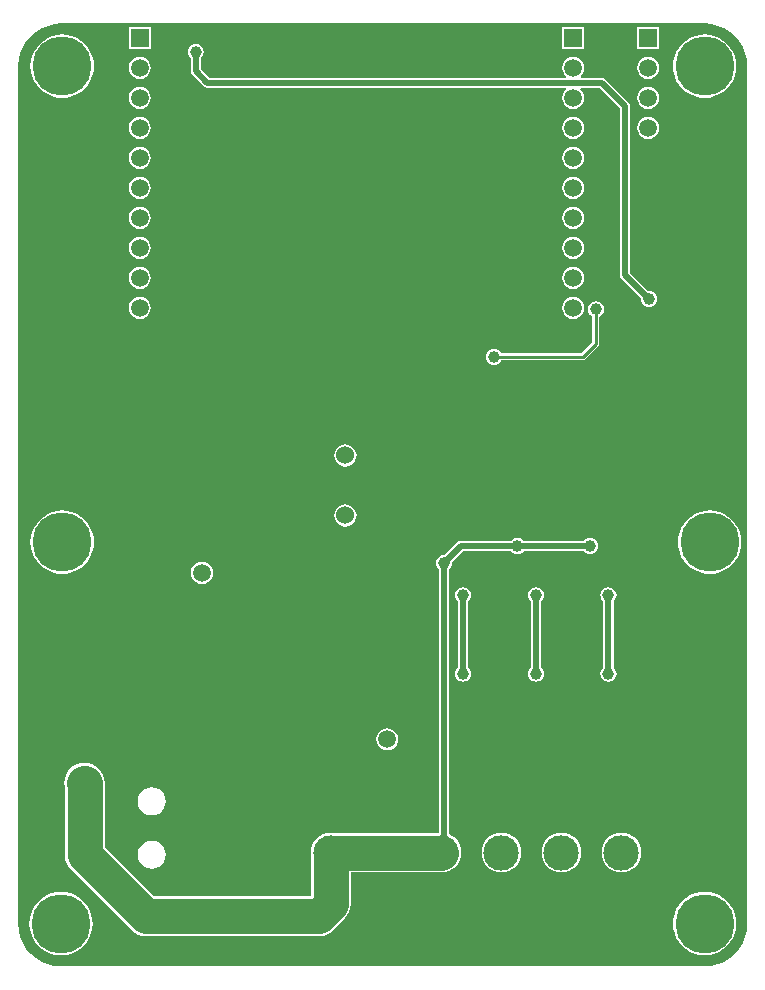
<source format=gbl>
G04 Layer_Physical_Order=2*
G04 Layer_Color=16711680*
%FSLAX25Y25*%
%MOIN*%
G70*
G01*
G75*
%ADD11C,0.03937*%
%ADD28C,0.11811*%
%ADD30C,0.01968*%
%ADD34C,0.01000*%
%ADD40C,0.19685*%
%ADD41R,0.05905X0.05905*%
%ADD42C,0.05905*%
%ADD43C,0.06000*%
%ADD44R,0.05905X0.05905*%
%ADD45C,0.11811*%
%ADD46C,0.03543*%
G36*
X510733Y786286D02*
X725291D01*
X725347Y786298D01*
X727522Y786126D01*
X729698Y785604D01*
X731765Y784748D01*
X733672Y783579D01*
X735374Y782126D01*
X736827Y780424D01*
X737996Y778516D01*
X738852Y776449D01*
X739374Y774274D01*
X739545Y772099D01*
X739535Y772043D01*
Y486216D01*
X739545Y486163D01*
X739374Y483994D01*
X738852Y481818D01*
X737996Y479751D01*
X736827Y477844D01*
X735374Y476142D01*
X733672Y474689D01*
X731765Y473520D01*
X729698Y472664D01*
X727522Y472141D01*
X725782Y472005D01*
X725291Y471981D01*
Y471981D01*
X725288Y471980D01*
X510732D01*
X510677Y471970D01*
X508502Y472141D01*
X506326Y472663D01*
X504259Y473519D01*
X502351Y474688D01*
X500650Y476141D01*
X499197Y477843D01*
X498028Y479750D01*
X497172Y481818D01*
X496649Y483993D01*
X496478Y486166D01*
X496489Y486221D01*
Y771556D01*
X496489Y772048D01*
X496489Y772048D01*
X496512Y772539D01*
X496649Y774279D01*
X497172Y776454D01*
X498028Y778521D01*
X499197Y780429D01*
X500650Y782131D01*
X502351Y783584D01*
X504259Y784753D01*
X506326Y785609D01*
X508502Y786131D01*
X510660Y786301D01*
X510733Y786286D01*
D02*
G37*
%LPC*%
G36*
X687106Y614798D02*
X686410Y614706D01*
X685760Y614437D01*
X685203Y614010D01*
X685060Y613824D01*
X664940D01*
X664797Y614010D01*
X664240Y614437D01*
X663590Y614706D01*
X662894Y614798D01*
X662197Y614706D01*
X661548Y614437D01*
X660990Y614010D01*
X660848Y613824D01*
X644095D01*
X643437Y613693D01*
X642880Y613321D01*
X638717Y609157D01*
X638484Y609188D01*
X637788Y609096D01*
X637139Y608827D01*
X636581Y608399D01*
X636153Y607842D01*
X635884Y607193D01*
X635793Y606496D01*
X635884Y605799D01*
X636153Y605150D01*
X636581Y604593D01*
X636767Y604450D01*
Y516578D01*
X600689D01*
X599394Y516451D01*
X598149Y516073D01*
X597001Y515460D01*
X595996Y514634D01*
X595170Y513628D01*
X594557Y512481D01*
X594179Y511236D01*
X594052Y509941D01*
Y495466D01*
X593904Y495319D01*
X541824D01*
X533975Y503168D01*
X525240Y511903D01*
Y517520D01*
Y524902D01*
Y533169D01*
X525112Y534464D01*
X524735Y535709D01*
X524121Y536857D01*
X523296Y537863D01*
X523197Y537961D01*
X522191Y538787D01*
X521044Y539400D01*
X519799Y539778D01*
X518504Y539905D01*
X517209Y539778D01*
X515964Y539400D01*
X514816Y538787D01*
X513810Y537961D01*
X512985Y536955D01*
X512372Y535808D01*
X511994Y534563D01*
X511867Y533268D01*
X511965Y532268D01*
Y524902D01*
Y517520D01*
Y509154D01*
X512092Y507859D01*
X512470Y506613D01*
X513084Y505466D01*
X513909Y504460D01*
X524588Y493781D01*
X534381Y483988D01*
X535387Y483162D01*
X536535Y482549D01*
X537780Y482171D01*
X539075Y482044D01*
X596654D01*
X597948Y482171D01*
X599194Y482549D01*
X600341Y483162D01*
X601347Y483988D01*
X605382Y488023D01*
X606208Y489029D01*
X606821Y490176D01*
X607199Y491422D01*
X607326Y492717D01*
Y503303D01*
X637539D01*
X638834Y503431D01*
X640079Y503809D01*
X641227Y504422D01*
X642233Y505247D01*
X643058Y506253D01*
X643672Y507401D01*
X644049Y508646D01*
X644177Y509941D01*
X644049Y511236D01*
X643672Y512481D01*
X643058Y513628D01*
X642233Y514634D01*
X641227Y515460D01*
X640202Y516008D01*
Y604450D01*
X640387Y604593D01*
X640815Y605150D01*
X641084Y605799D01*
X641176Y606496D01*
X641145Y606728D01*
X644806Y610389D01*
X660848D01*
X660990Y610203D01*
X661548Y609775D01*
X662197Y609507D01*
X662894Y609415D01*
X663590Y609507D01*
X664240Y609775D01*
X664797Y610203D01*
X664940Y610389D01*
X685060D01*
X685203Y610203D01*
X685760Y609775D01*
X686410Y609507D01*
X687106Y609415D01*
X687803Y609507D01*
X688452Y609775D01*
X689010Y610203D01*
X689437Y610760D01*
X689706Y611410D01*
X689798Y612106D01*
X689706Y612803D01*
X689437Y613452D01*
X689010Y614010D01*
X688452Y614437D01*
X687803Y614706D01*
X687106Y614798D01*
D02*
G37*
G36*
X605512Y626015D02*
X604546Y625888D01*
X603646Y625515D01*
X602873Y624922D01*
X602280Y624149D01*
X601907Y623249D01*
X601780Y622284D01*
X601907Y621318D01*
X602280Y620417D01*
X602873Y619645D01*
X603646Y619052D01*
X604546Y618679D01*
X605512Y618551D01*
X606478Y618679D01*
X607378Y619052D01*
X608151Y619645D01*
X608744Y620417D01*
X609117Y621318D01*
X609244Y622284D01*
X609117Y623249D01*
X608744Y624149D01*
X608151Y624922D01*
X607378Y625515D01*
X606478Y625888D01*
X605512Y626015D01*
D02*
G37*
G36*
X726968Y623961D02*
X725314Y623831D01*
X723701Y623443D01*
X722167Y622808D01*
X720753Y621941D01*
X719491Y620864D01*
X718413Y619602D01*
X717546Y618187D01*
X716911Y616654D01*
X716524Y615040D01*
X716393Y613386D01*
X716524Y611731D01*
X716911Y610118D01*
X717546Y608585D01*
X718413Y607170D01*
X719491Y605908D01*
X720753Y604830D01*
X722167Y603963D01*
X723701Y603328D01*
X725314Y602941D01*
X726968Y602811D01*
X728623Y602941D01*
X730236Y603328D01*
X731770Y603963D01*
X733184Y604830D01*
X734446Y605908D01*
X735524Y607170D01*
X736391Y608585D01*
X737026Y610118D01*
X737413Y611731D01*
X737544Y613386D01*
X737413Y615040D01*
X737026Y616654D01*
X736391Y618187D01*
X735524Y619602D01*
X734446Y620864D01*
X733184Y621941D01*
X731770Y622808D01*
X730236Y623443D01*
X728623Y623831D01*
X726968Y623961D01*
D02*
G37*
G36*
X557756Y606834D02*
X556802Y606708D01*
X555914Y606340D01*
X555151Y605755D01*
X554565Y604992D01*
X554197Y604103D01*
X554072Y603150D01*
X554197Y602196D01*
X554565Y601307D01*
X555151Y600544D01*
X555914Y599959D01*
X556802Y599591D01*
X557756Y599465D01*
X558709Y599591D01*
X559598Y599959D01*
X560361Y600544D01*
X560947Y601307D01*
X561315Y602196D01*
X561440Y603150D01*
X561315Y604103D01*
X560947Y604992D01*
X560361Y605755D01*
X559598Y606340D01*
X558709Y606708D01*
X557756Y606834D01*
D02*
G37*
G36*
X511122Y623961D02*
X509468Y623831D01*
X507854Y623443D01*
X506321Y622808D01*
X504906Y621941D01*
X503644Y620864D01*
X502567Y619602D01*
X501699Y618187D01*
X501064Y616654D01*
X500677Y615040D01*
X500547Y613386D01*
X500677Y611731D01*
X501064Y610118D01*
X501699Y608585D01*
X502567Y607170D01*
X503644Y605908D01*
X504906Y604830D01*
X506321Y603963D01*
X507854Y603328D01*
X509468Y602941D01*
X511122Y602811D01*
X512776Y602941D01*
X514390Y603328D01*
X515923Y603963D01*
X517338Y604830D01*
X518600Y605908D01*
X519677Y607170D01*
X520544Y608585D01*
X521180Y610118D01*
X521567Y611731D01*
X521697Y613386D01*
X521567Y615040D01*
X521180Y616654D01*
X520544Y618187D01*
X519677Y619602D01*
X518600Y620864D01*
X517338Y621941D01*
X515923Y622808D01*
X514390Y623443D01*
X512776Y623831D01*
X511122Y623961D01*
D02*
G37*
G36*
X681500Y695184D02*
X680546Y695059D01*
X679658Y694691D01*
X678895Y694105D01*
X678309Y693342D01*
X677941Y692454D01*
X677816Y691500D01*
X677941Y690546D01*
X678309Y689658D01*
X678895Y688895D01*
X679658Y688309D01*
X680546Y687941D01*
X681500Y687816D01*
X682454Y687941D01*
X683342Y688309D01*
X684105Y688895D01*
X684691Y689658D01*
X685059Y690546D01*
X685184Y691500D01*
X685059Y692454D01*
X684691Y693342D01*
X684105Y694105D01*
X683342Y694691D01*
X682454Y695059D01*
X681500Y695184D01*
D02*
G37*
G36*
X555626Y779565D02*
X554929Y779474D01*
X554280Y779205D01*
X553723Y778777D01*
X553295Y778220D01*
X553026Y777571D01*
X552935Y776874D01*
X553026Y776177D01*
X553295Y775528D01*
X553723Y774971D01*
X553909Y774828D01*
Y770358D01*
X554039Y769701D01*
X554412Y769144D01*
X558235Y765321D01*
X558792Y764949D01*
X559449Y764818D01*
X679003D01*
X679172Y764318D01*
X678895Y764105D01*
X678309Y763342D01*
X677941Y762454D01*
X677816Y761500D01*
X677941Y760546D01*
X678309Y759658D01*
X678895Y758895D01*
X679658Y758309D01*
X680546Y757941D01*
X681500Y757816D01*
X682454Y757941D01*
X683342Y758309D01*
X684105Y758895D01*
X684691Y759658D01*
X685059Y760546D01*
X685184Y761500D01*
X685059Y762454D01*
X684691Y763342D01*
X684105Y764105D01*
X683828Y764318D01*
X683997Y764818D01*
X690234D01*
X697102Y757950D01*
Y702362D01*
X697232Y701705D01*
X697605Y701148D01*
X704032Y694721D01*
X704001Y694488D01*
X704093Y693792D01*
X704362Y693142D01*
X704790Y692585D01*
X705347Y692157D01*
X705996Y691888D01*
X706693Y691797D01*
X707389Y691888D01*
X708039Y692157D01*
X708596Y692585D01*
X709024Y693142D01*
X709293Y693792D01*
X709384Y694488D01*
X709293Y695185D01*
X709024Y695834D01*
X708596Y696391D01*
X708039Y696819D01*
X707389Y697088D01*
X706693Y697180D01*
X706461Y697149D01*
X700536Y703074D01*
Y758661D01*
X700405Y759319D01*
X700033Y759876D01*
X692159Y767750D01*
X691602Y768122D01*
X690945Y768253D01*
X684090D01*
X683920Y768753D01*
X684105Y768895D01*
X684691Y769658D01*
X685059Y770546D01*
X685184Y771500D01*
X685059Y772454D01*
X684691Y773342D01*
X684105Y774105D01*
X683342Y774691D01*
X682454Y775059D01*
X681500Y775184D01*
X680546Y775059D01*
X679658Y774691D01*
X678895Y774105D01*
X678309Y773342D01*
X677941Y772454D01*
X677816Y771500D01*
X677941Y770546D01*
X678309Y769658D01*
X678895Y768895D01*
X679080Y768753D01*
X678910Y768253D01*
X560160D01*
X557343Y771070D01*
Y774828D01*
X557529Y774971D01*
X557957Y775528D01*
X558226Y776177D01*
X558318Y776874D01*
X558226Y777571D01*
X557957Y778220D01*
X557529Y778777D01*
X556972Y779205D01*
X556323Y779474D01*
X555626Y779565D01*
D02*
G37*
G36*
X537000Y695184D02*
X536046Y695059D01*
X535158Y694691D01*
X534395Y694105D01*
X533809Y693342D01*
X533441Y692454D01*
X533316Y691500D01*
X533441Y690546D01*
X533809Y689658D01*
X534395Y688895D01*
X535158Y688309D01*
X536046Y687941D01*
X537000Y687816D01*
X537954Y687941D01*
X538842Y688309D01*
X539605Y688895D01*
X540191Y689658D01*
X540559Y690546D01*
X540684Y691500D01*
X540559Y692454D01*
X540191Y693342D01*
X539605Y694105D01*
X538842Y694691D01*
X537954Y695059D01*
X537000Y695184D01*
D02*
G37*
G36*
X605512Y646015D02*
X604546Y645888D01*
X603646Y645515D01*
X602873Y644922D01*
X602280Y644149D01*
X601907Y643249D01*
X601780Y642283D01*
X601907Y641318D01*
X602280Y640417D01*
X602873Y639645D01*
X603646Y639051D01*
X604546Y638679D01*
X605512Y638552D01*
X606478Y638679D01*
X607378Y639051D01*
X608151Y639645D01*
X608744Y640417D01*
X609117Y641318D01*
X609244Y642283D01*
X609117Y643249D01*
X608744Y644149D01*
X608151Y644922D01*
X607378Y645515D01*
X606478Y645888D01*
X605512Y646015D01*
D02*
G37*
G36*
X688976Y693636D02*
X688280Y693545D01*
X687631Y693276D01*
X687073Y692848D01*
X686645Y692291D01*
X686377Y691642D01*
X686285Y690945D01*
X686377Y690248D01*
X686645Y689599D01*
X687073Y689042D01*
X687631Y688614D01*
X687753Y688563D01*
Y680034D01*
X684139Y676420D01*
X657500D01*
X657449Y676543D01*
X657021Y677100D01*
X656464Y677528D01*
X655815Y677797D01*
X655118Y677888D01*
X654422Y677797D01*
X653772Y677528D01*
X653215Y677100D01*
X652787Y676543D01*
X652518Y675893D01*
X652427Y675197D01*
X652518Y674500D01*
X652787Y673851D01*
X653215Y673294D01*
X653772Y672866D01*
X654422Y672597D01*
X655118Y672505D01*
X655815Y672597D01*
X656464Y672866D01*
X657021Y673294D01*
X657449Y673851D01*
X657500Y673973D01*
X684646D01*
X685114Y674066D01*
X685511Y674332D01*
X689842Y678662D01*
X690107Y679059D01*
X690200Y679528D01*
Y688563D01*
X690322Y688614D01*
X690880Y689042D01*
X691307Y689599D01*
X691576Y690248D01*
X691668Y690945D01*
X691576Y691642D01*
X691307Y692291D01*
X690880Y692848D01*
X690322Y693276D01*
X689673Y693545D01*
X688976Y693636D01*
D02*
G37*
G36*
X693209Y598361D02*
X692512Y598269D01*
X691863Y598000D01*
X691305Y597573D01*
X690878Y597015D01*
X690609Y596366D01*
X690517Y595669D01*
X690609Y594973D01*
X690878Y594323D01*
X691305Y593766D01*
X691491Y593623D01*
Y571632D01*
X691305Y571490D01*
X690878Y570932D01*
X690609Y570283D01*
X690517Y569587D01*
X690609Y568890D01*
X690878Y568241D01*
X691305Y567683D01*
X691863Y567256D01*
X692512Y566987D01*
X693209Y566895D01*
X693905Y566987D01*
X694554Y567256D01*
X695112Y567683D01*
X695540Y568241D01*
X695809Y568890D01*
X695900Y569587D01*
X695809Y570283D01*
X695540Y570932D01*
X695112Y571490D01*
X694926Y571632D01*
Y593623D01*
X695112Y593766D01*
X695540Y594323D01*
X695809Y594973D01*
X695900Y595669D01*
X695809Y596366D01*
X695540Y597015D01*
X695112Y597573D01*
X694554Y598000D01*
X693905Y598269D01*
X693209Y598361D01*
D02*
G37*
G36*
X677539Y516578D02*
X676244Y516451D01*
X674999Y516073D01*
X673852Y515460D01*
X672846Y514634D01*
X672020Y513628D01*
X671407Y512481D01*
X671029Y511236D01*
X670902Y509941D01*
X671029Y508646D01*
X671407Y507401D01*
X672020Y506253D01*
X672846Y505247D01*
X673852Y504422D01*
X674999Y503809D01*
X676244Y503431D01*
X677539Y503303D01*
X678834Y503431D01*
X680079Y503809D01*
X681227Y504422D01*
X682233Y505247D01*
X683058Y506253D01*
X683672Y507401D01*
X684049Y508646D01*
X684177Y509941D01*
X684049Y511236D01*
X683672Y512481D01*
X683058Y513628D01*
X682233Y514634D01*
X681227Y515460D01*
X680079Y516073D01*
X678834Y516451D01*
X677539Y516578D01*
D02*
G37*
G36*
X697539D02*
X696244Y516451D01*
X694999Y516073D01*
X693852Y515460D01*
X692846Y514634D01*
X692021Y513628D01*
X691407Y512481D01*
X691029Y511236D01*
X690902Y509941D01*
X691029Y508646D01*
X691407Y507401D01*
X692021Y506253D01*
X692846Y505247D01*
X693852Y504422D01*
X694999Y503809D01*
X696244Y503431D01*
X697539Y503303D01*
X698834Y503431D01*
X700079Y503809D01*
X701227Y504422D01*
X702233Y505247D01*
X703058Y506253D01*
X703672Y507401D01*
X704049Y508646D01*
X704177Y509941D01*
X704049Y511236D01*
X703672Y512481D01*
X703058Y513628D01*
X702233Y514634D01*
X701227Y515460D01*
X700079Y516073D01*
X698834Y516451D01*
X697539Y516578D01*
D02*
G37*
G36*
X657539D02*
X656245Y516451D01*
X654999Y516073D01*
X653852Y515460D01*
X652846Y514634D01*
X652021Y513628D01*
X651407Y512481D01*
X651029Y511236D01*
X650902Y509941D01*
X651029Y508646D01*
X651407Y507401D01*
X652021Y506253D01*
X652846Y505247D01*
X653852Y504422D01*
X654999Y503809D01*
X656245Y503431D01*
X657539Y503303D01*
X658834Y503431D01*
X660079Y503809D01*
X661227Y504422D01*
X662233Y505247D01*
X663058Y506253D01*
X663672Y507401D01*
X664049Y508646D01*
X664177Y509941D01*
X664049Y511236D01*
X663672Y512481D01*
X663058Y513628D01*
X662233Y514634D01*
X661227Y515460D01*
X660079Y516073D01*
X658834Y516451D01*
X657539Y516578D01*
D02*
G37*
G36*
X510732Y496800D02*
X509078Y496669D01*
X507464Y496282D01*
X505931Y495647D01*
X504516Y494780D01*
X503255Y493702D01*
X502177Y492440D01*
X501310Y491025D01*
X500675Y489492D01*
X500287Y487879D01*
X500157Y486224D01*
X500287Y484570D01*
X500675Y482957D01*
X501310Y481423D01*
X502177Y480009D01*
X503255Y478747D01*
X504516Y477669D01*
X505931Y476802D01*
X507464Y476167D01*
X509078Y475779D01*
X510732Y475649D01*
X512387Y475779D01*
X514000Y476167D01*
X515533Y476802D01*
X516948Y477669D01*
X518210Y478747D01*
X519288Y480009D01*
X520155Y481423D01*
X520790Y482957D01*
X521177Y484570D01*
X521307Y486224D01*
X521177Y487879D01*
X520790Y489492D01*
X520155Y491025D01*
X519288Y492440D01*
X518210Y493702D01*
X516948Y494780D01*
X515533Y495647D01*
X514000Y496282D01*
X512387Y496669D01*
X510732Y496800D01*
D02*
G37*
G36*
X725291D02*
X723637Y496669D01*
X722023Y496282D01*
X720490Y495647D01*
X719075Y494780D01*
X717814Y493702D01*
X716736Y492440D01*
X715869Y491025D01*
X715234Y489492D01*
X714846Y487879D01*
X714716Y486224D01*
X714846Y484570D01*
X715234Y482957D01*
X715869Y481423D01*
X716736Y480009D01*
X717814Y478747D01*
X719075Y477669D01*
X720490Y476802D01*
X722023Y476167D01*
X723637Y475779D01*
X725291Y475649D01*
X726946Y475779D01*
X728559Y476167D01*
X730092Y476802D01*
X731507Y477669D01*
X732769Y478747D01*
X733847Y480009D01*
X734714Y481423D01*
X735349Y482957D01*
X735736Y484570D01*
X735866Y486224D01*
X735736Y487879D01*
X735349Y489492D01*
X734714Y491025D01*
X733847Y492440D01*
X732769Y493702D01*
X731507Y494780D01*
X730092Y495647D01*
X728559Y496282D01*
X726946Y496669D01*
X725291Y496800D01*
D02*
G37*
G36*
X644783Y598361D02*
X644087Y598269D01*
X643438Y598000D01*
X642880Y597573D01*
X642452Y597015D01*
X642184Y596366D01*
X642092Y595669D01*
X642184Y594973D01*
X642452Y594323D01*
X642880Y593766D01*
X643066Y593623D01*
Y571632D01*
X642880Y571490D01*
X642452Y570932D01*
X642184Y570283D01*
X642092Y569587D01*
X642184Y568890D01*
X642452Y568241D01*
X642880Y567683D01*
X643438Y567256D01*
X644087Y566987D01*
X644783Y566895D01*
X645480Y566987D01*
X646129Y567256D01*
X646687Y567683D01*
X647114Y568241D01*
X647383Y568890D01*
X647475Y569587D01*
X647383Y570283D01*
X647114Y570932D01*
X646687Y571490D01*
X646501Y571632D01*
Y593623D01*
X646687Y593766D01*
X647114Y594323D01*
X647383Y594973D01*
X647475Y595669D01*
X647383Y596366D01*
X647114Y597015D01*
X646687Y597573D01*
X646129Y598000D01*
X645480Y598269D01*
X644783Y598361D01*
D02*
G37*
G36*
X668996D02*
X668299Y598269D01*
X667650Y598000D01*
X667093Y597573D01*
X666665Y597015D01*
X666396Y596366D01*
X666304Y595669D01*
X666396Y594973D01*
X666665Y594323D01*
X667093Y593766D01*
X667279Y593623D01*
Y571632D01*
X667093Y571490D01*
X666665Y570932D01*
X666396Y570283D01*
X666304Y569587D01*
X666396Y568890D01*
X666665Y568241D01*
X667093Y567683D01*
X667650Y567256D01*
X668299Y566987D01*
X668996Y566895D01*
X669693Y566987D01*
X670342Y567256D01*
X670899Y567683D01*
X671327Y568241D01*
X671596Y568890D01*
X671688Y569587D01*
X671596Y570283D01*
X671327Y570932D01*
X670899Y571490D01*
X670713Y571632D01*
Y593623D01*
X670899Y593766D01*
X671327Y594323D01*
X671596Y594973D01*
X671688Y595669D01*
X671596Y596366D01*
X671327Y597015D01*
X670899Y597573D01*
X670342Y598000D01*
X669693Y598269D01*
X668996Y598361D01*
D02*
G37*
G36*
X619488Y551342D02*
X618535Y551216D01*
X617646Y550848D01*
X616883Y550263D01*
X616297Y549500D01*
X615930Y548611D01*
X615804Y547657D01*
X615930Y546704D01*
X616297Y545815D01*
X616883Y545052D01*
X617646Y544467D01*
X618535Y544099D01*
X619488Y543973D01*
X620442Y544099D01*
X621330Y544467D01*
X622093Y545052D01*
X622679Y545815D01*
X623047Y546704D01*
X623173Y547657D01*
X623047Y548611D01*
X622679Y549500D01*
X622093Y550263D01*
X621330Y550848D01*
X620442Y551216D01*
X619488Y551342D01*
D02*
G37*
G36*
X540945Y513929D02*
X539734Y513770D01*
X538606Y513302D01*
X537638Y512559D01*
X536895Y511590D01*
X536427Y510463D01*
X536268Y509252D01*
X536427Y508041D01*
X536895Y506914D01*
X537638Y505945D01*
X538606Y505202D01*
X539734Y504734D01*
X540945Y504575D01*
X542155Y504734D01*
X543283Y505202D01*
X544252Y505945D01*
X544995Y506914D01*
X545463Y508041D01*
X545622Y509252D01*
X545463Y510463D01*
X544995Y511590D01*
X544252Y512559D01*
X543283Y513302D01*
X542155Y513770D01*
X540945Y513929D01*
D02*
G37*
G36*
Y531645D02*
X539734Y531486D01*
X538606Y531019D01*
X537638Y530276D01*
X536895Y529307D01*
X536427Y528179D01*
X536268Y526968D01*
X536427Y525758D01*
X536895Y524630D01*
X537638Y523661D01*
X538606Y522918D01*
X539734Y522451D01*
X540945Y522292D01*
X542155Y522451D01*
X543283Y522918D01*
X544252Y523661D01*
X544995Y524630D01*
X545463Y525758D01*
X545622Y526968D01*
X545463Y528179D01*
X544995Y529307D01*
X544252Y530276D01*
X543283Y531019D01*
X542155Y531486D01*
X540945Y531645D01*
D02*
G37*
G36*
X706500Y765184D02*
X705546Y765059D01*
X704658Y764691D01*
X703895Y764105D01*
X703309Y763342D01*
X702941Y762454D01*
X702816Y761500D01*
X702941Y760546D01*
X703309Y759658D01*
X703895Y758895D01*
X704658Y758309D01*
X705546Y757941D01*
X706500Y757816D01*
X707454Y757941D01*
X708342Y758309D01*
X709105Y758895D01*
X709691Y759658D01*
X710059Y760546D01*
X710184Y761500D01*
X710059Y762454D01*
X709691Y763342D01*
X709105Y764105D01*
X708342Y764691D01*
X707454Y765059D01*
X706500Y765184D01*
D02*
G37*
G36*
X725291Y782618D02*
X723637Y782488D01*
X722023Y782101D01*
X720490Y781466D01*
X719075Y780599D01*
X717814Y779521D01*
X716736Y778259D01*
X715869Y776844D01*
X715234Y775311D01*
X714846Y773698D01*
X714716Y772043D01*
X714846Y770389D01*
X715234Y768775D01*
X715869Y767242D01*
X716736Y765827D01*
X717814Y764566D01*
X719075Y763488D01*
X720490Y762621D01*
X722023Y761986D01*
X723637Y761598D01*
X725291Y761468D01*
X726946Y761598D01*
X728559Y761986D01*
X730092Y762621D01*
X731507Y763488D01*
X732769Y764566D01*
X733847Y765827D01*
X734714Y767242D01*
X735349Y768775D01*
X735736Y770389D01*
X735866Y772043D01*
X735736Y773698D01*
X735349Y775311D01*
X734714Y776844D01*
X733847Y778259D01*
X732769Y779521D01*
X731507Y780599D01*
X730092Y781466D01*
X728559Y782101D01*
X726946Y782488D01*
X725291Y782618D01*
D02*
G37*
G36*
X537000Y765184D02*
X536046Y765059D01*
X535158Y764691D01*
X534395Y764105D01*
X533809Y763342D01*
X533441Y762454D01*
X533316Y761500D01*
X533441Y760546D01*
X533809Y759658D01*
X534395Y758895D01*
X535158Y758309D01*
X536046Y757941D01*
X537000Y757816D01*
X537954Y757941D01*
X538842Y758309D01*
X539605Y758895D01*
X540191Y759658D01*
X540559Y760546D01*
X540684Y761500D01*
X540559Y762454D01*
X540191Y763342D01*
X539605Y764105D01*
X538842Y764691D01*
X537954Y765059D01*
X537000Y765184D01*
D02*
G37*
G36*
X681500Y755184D02*
X680546Y755059D01*
X679658Y754691D01*
X678895Y754105D01*
X678309Y753342D01*
X677941Y752454D01*
X677816Y751500D01*
X677941Y750546D01*
X678309Y749658D01*
X678895Y748895D01*
X679658Y748309D01*
X680546Y747941D01*
X681500Y747816D01*
X682454Y747941D01*
X683342Y748309D01*
X684105Y748895D01*
X684691Y749658D01*
X685059Y750546D01*
X685184Y751500D01*
X685059Y752454D01*
X684691Y753342D01*
X684105Y754105D01*
X683342Y754691D01*
X682454Y755059D01*
X681500Y755184D01*
D02*
G37*
G36*
X706500D02*
X705546Y755059D01*
X704658Y754691D01*
X703895Y754105D01*
X703309Y753342D01*
X702941Y752454D01*
X702816Y751500D01*
X702941Y750546D01*
X703309Y749658D01*
X703895Y748895D01*
X704658Y748309D01*
X705546Y747941D01*
X706500Y747816D01*
X707454Y747941D01*
X708342Y748309D01*
X709105Y748895D01*
X709691Y749658D01*
X710059Y750546D01*
X710184Y751500D01*
X710059Y752454D01*
X709691Y753342D01*
X709105Y754105D01*
X708342Y754691D01*
X707454Y755059D01*
X706500Y755184D01*
D02*
G37*
G36*
X511122Y782622D02*
X509468Y782492D01*
X507854Y782105D01*
X506321Y781470D01*
X504906Y780603D01*
X503644Y779525D01*
X502567Y778263D01*
X501699Y776848D01*
X501064Y775315D01*
X500677Y773702D01*
X500547Y772047D01*
X500677Y770393D01*
X501064Y768779D01*
X501699Y767246D01*
X502567Y765831D01*
X503644Y764570D01*
X504906Y763492D01*
X506321Y762625D01*
X507854Y761990D01*
X509468Y761602D01*
X511122Y761472D01*
X512776Y761602D01*
X514390Y761990D01*
X515923Y762625D01*
X517338Y763492D01*
X518600Y764570D01*
X519677Y765831D01*
X520544Y767246D01*
X521180Y768779D01*
X521567Y770393D01*
X521697Y772047D01*
X521567Y773702D01*
X521180Y775315D01*
X520544Y776848D01*
X519677Y778263D01*
X518600Y779525D01*
X517338Y780603D01*
X515923Y781470D01*
X514390Y782105D01*
X512776Y782492D01*
X511122Y782622D01*
D02*
G37*
G36*
X685153Y785153D02*
X677847D01*
Y777847D01*
X685153D01*
Y785153D01*
D02*
G37*
G36*
X710153D02*
X702847D01*
Y777847D01*
X710153D01*
Y785153D01*
D02*
G37*
G36*
X540653D02*
X533347D01*
Y777847D01*
X540653D01*
Y785153D01*
D02*
G37*
G36*
X537000Y775184D02*
X536046Y775059D01*
X535158Y774691D01*
X534395Y774105D01*
X533809Y773342D01*
X533441Y772454D01*
X533316Y771500D01*
X533441Y770546D01*
X533809Y769658D01*
X534395Y768895D01*
X535158Y768309D01*
X536046Y767941D01*
X537000Y767816D01*
X537954Y767941D01*
X538842Y768309D01*
X539605Y768895D01*
X540191Y769658D01*
X540559Y770546D01*
X540684Y771500D01*
X540559Y772454D01*
X540191Y773342D01*
X539605Y774105D01*
X538842Y774691D01*
X537954Y775059D01*
X537000Y775184D01*
D02*
G37*
G36*
X706500D02*
X705546Y775059D01*
X704658Y774691D01*
X703895Y774105D01*
X703309Y773342D01*
X702941Y772454D01*
X702816Y771500D01*
X702941Y770546D01*
X703309Y769658D01*
X703895Y768895D01*
X704658Y768309D01*
X705546Y767941D01*
X706500Y767816D01*
X707454Y767941D01*
X708342Y768309D01*
X709105Y768895D01*
X709691Y769658D01*
X710059Y770546D01*
X710184Y771500D01*
X710059Y772454D01*
X709691Y773342D01*
X709105Y774105D01*
X708342Y774691D01*
X707454Y775059D01*
X706500Y775184D01*
D02*
G37*
G36*
X681500Y715184D02*
X680546Y715059D01*
X679658Y714691D01*
X678895Y714105D01*
X678309Y713342D01*
X677941Y712454D01*
X677816Y711500D01*
X677941Y710546D01*
X678309Y709658D01*
X678895Y708895D01*
X679658Y708309D01*
X680546Y707941D01*
X681500Y707816D01*
X682454Y707941D01*
X683342Y708309D01*
X684105Y708895D01*
X684691Y709658D01*
X685059Y710546D01*
X685184Y711500D01*
X685059Y712454D01*
X684691Y713342D01*
X684105Y714105D01*
X683342Y714691D01*
X682454Y715059D01*
X681500Y715184D01*
D02*
G37*
G36*
X537000Y725184D02*
X536046Y725059D01*
X535158Y724691D01*
X534395Y724105D01*
X533809Y723342D01*
X533441Y722454D01*
X533316Y721500D01*
X533441Y720546D01*
X533809Y719658D01*
X534395Y718895D01*
X535158Y718309D01*
X536046Y717941D01*
X537000Y717816D01*
X537954Y717941D01*
X538842Y718309D01*
X539605Y718895D01*
X540191Y719658D01*
X540559Y720546D01*
X540684Y721500D01*
X540559Y722454D01*
X540191Y723342D01*
X539605Y724105D01*
X538842Y724691D01*
X537954Y725059D01*
X537000Y725184D01*
D02*
G37*
G36*
Y715184D02*
X536046Y715059D01*
X535158Y714691D01*
X534395Y714105D01*
X533809Y713342D01*
X533441Y712454D01*
X533316Y711500D01*
X533441Y710546D01*
X533809Y709658D01*
X534395Y708895D01*
X535158Y708309D01*
X536046Y707941D01*
X537000Y707816D01*
X537954Y707941D01*
X538842Y708309D01*
X539605Y708895D01*
X540191Y709658D01*
X540559Y710546D01*
X540684Y711500D01*
X540559Y712454D01*
X540191Y713342D01*
X539605Y714105D01*
X538842Y714691D01*
X537954Y715059D01*
X537000Y715184D01*
D02*
G37*
G36*
Y705184D02*
X536046Y705059D01*
X535158Y704691D01*
X534395Y704105D01*
X533809Y703342D01*
X533441Y702454D01*
X533316Y701500D01*
X533441Y700546D01*
X533809Y699658D01*
X534395Y698895D01*
X535158Y698309D01*
X536046Y697941D01*
X537000Y697816D01*
X537954Y697941D01*
X538842Y698309D01*
X539605Y698895D01*
X540191Y699658D01*
X540559Y700546D01*
X540684Y701500D01*
X540559Y702454D01*
X540191Y703342D01*
X539605Y704105D01*
X538842Y704691D01*
X537954Y705059D01*
X537000Y705184D01*
D02*
G37*
G36*
X681500D02*
X680546Y705059D01*
X679658Y704691D01*
X678895Y704105D01*
X678309Y703342D01*
X677941Y702454D01*
X677816Y701500D01*
X677941Y700546D01*
X678309Y699658D01*
X678895Y698895D01*
X679658Y698309D01*
X680546Y697941D01*
X681500Y697816D01*
X682454Y697941D01*
X683342Y698309D01*
X684105Y698895D01*
X684691Y699658D01*
X685059Y700546D01*
X685184Y701500D01*
X685059Y702454D01*
X684691Y703342D01*
X684105Y704105D01*
X683342Y704691D01*
X682454Y705059D01*
X681500Y705184D01*
D02*
G37*
G36*
Y725184D02*
X680546Y725059D01*
X679658Y724691D01*
X678895Y724105D01*
X678309Y723342D01*
X677941Y722454D01*
X677816Y721500D01*
X677941Y720546D01*
X678309Y719658D01*
X678895Y718895D01*
X679658Y718309D01*
X680546Y717941D01*
X681500Y717816D01*
X682454Y717941D01*
X683342Y718309D01*
X684105Y718895D01*
X684691Y719658D01*
X685059Y720546D01*
X685184Y721500D01*
X685059Y722454D01*
X684691Y723342D01*
X684105Y724105D01*
X683342Y724691D01*
X682454Y725059D01*
X681500Y725184D01*
D02*
G37*
G36*
Y745184D02*
X680546Y745059D01*
X679658Y744691D01*
X678895Y744105D01*
X678309Y743342D01*
X677941Y742454D01*
X677816Y741500D01*
X677941Y740546D01*
X678309Y739658D01*
X678895Y738895D01*
X679658Y738309D01*
X680546Y737941D01*
X681500Y737816D01*
X682454Y737941D01*
X683342Y738309D01*
X684105Y738895D01*
X684691Y739658D01*
X685059Y740546D01*
X685184Y741500D01*
X685059Y742454D01*
X684691Y743342D01*
X684105Y744105D01*
X683342Y744691D01*
X682454Y745059D01*
X681500Y745184D01*
D02*
G37*
G36*
X537000Y755184D02*
X536046Y755059D01*
X535158Y754691D01*
X534395Y754105D01*
X533809Y753342D01*
X533441Y752454D01*
X533316Y751500D01*
X533441Y750546D01*
X533809Y749658D01*
X534395Y748895D01*
X535158Y748309D01*
X536046Y747941D01*
X537000Y747816D01*
X537954Y747941D01*
X538842Y748309D01*
X539605Y748895D01*
X540191Y749658D01*
X540559Y750546D01*
X540684Y751500D01*
X540559Y752454D01*
X540191Y753342D01*
X539605Y754105D01*
X538842Y754691D01*
X537954Y755059D01*
X537000Y755184D01*
D02*
G37*
G36*
Y745184D02*
X536046Y745059D01*
X535158Y744691D01*
X534395Y744105D01*
X533809Y743342D01*
X533441Y742454D01*
X533316Y741500D01*
X533441Y740546D01*
X533809Y739658D01*
X534395Y738895D01*
X535158Y738309D01*
X536046Y737941D01*
X537000Y737816D01*
X537954Y737941D01*
X538842Y738309D01*
X539605Y738895D01*
X540191Y739658D01*
X540559Y740546D01*
X540684Y741500D01*
X540559Y742454D01*
X540191Y743342D01*
X539605Y744105D01*
X538842Y744691D01*
X537954Y745059D01*
X537000Y745184D01*
D02*
G37*
G36*
Y735184D02*
X536046Y735059D01*
X535158Y734691D01*
X534395Y734105D01*
X533809Y733342D01*
X533441Y732454D01*
X533316Y731500D01*
X533441Y730546D01*
X533809Y729658D01*
X534395Y728895D01*
X535158Y728309D01*
X536046Y727941D01*
X537000Y727816D01*
X537954Y727941D01*
X538842Y728309D01*
X539605Y728895D01*
X540191Y729658D01*
X540559Y730546D01*
X540684Y731500D01*
X540559Y732454D01*
X540191Y733342D01*
X539605Y734105D01*
X538842Y734691D01*
X537954Y735059D01*
X537000Y735184D01*
D02*
G37*
G36*
X681500D02*
X680546Y735059D01*
X679658Y734691D01*
X678895Y734105D01*
X678309Y733342D01*
X677941Y732454D01*
X677816Y731500D01*
X677941Y730546D01*
X678309Y729658D01*
X678895Y728895D01*
X679658Y728309D01*
X680546Y727941D01*
X681500Y727816D01*
X682454Y727941D01*
X683342Y728309D01*
X684105Y728895D01*
X684691Y729658D01*
X685059Y730546D01*
X685184Y731500D01*
X685059Y732454D01*
X684691Y733342D01*
X684105Y734105D01*
X683342Y734691D01*
X682454Y735059D01*
X681500Y735184D01*
D02*
G37*
%LPD*%
D11*
X711024Y677165D02*
D03*
X676772Y670669D02*
D03*
X504528Y517913D02*
D03*
Y540354D02*
D03*
X655217Y720866D02*
D03*
X679626Y627559D02*
D03*
X599902Y543701D02*
D03*
X549213Y517913D02*
D03*
X531693D02*
D03*
X657972Y650492D02*
D03*
X623425Y610827D02*
D03*
X566240Y647736D02*
D03*
X566634Y621161D02*
D03*
X528839Y602264D02*
D03*
X728051Y693307D02*
D03*
X729331Y751181D02*
D03*
X676772Y652559D02*
D03*
X731988Y647342D02*
D03*
X514272Y660236D02*
D03*
X595472Y751575D02*
D03*
X608268Y751772D02*
D03*
X622638D02*
D03*
X619095Y698425D02*
D03*
X635335D02*
D03*
X518602Y517520D02*
D03*
Y524902D02*
D03*
X540256Y492323D02*
D03*
X600984Y500000D02*
D03*
X590256Y488681D02*
D03*
X567323D02*
D03*
X529035Y498228D02*
D03*
X563583Y520669D02*
D03*
X627067Y622146D02*
D03*
X657480Y696654D02*
D03*
X556102Y675886D02*
D03*
X593996Y674803D02*
D03*
X635039Y677461D02*
D03*
X653937Y783858D02*
D03*
X636221Y783661D02*
D03*
X622638Y783268D02*
D03*
X608268D02*
D03*
X595472Y783071D02*
D03*
X512402Y701673D02*
D03*
X511811Y745669D02*
D03*
X597146Y726476D02*
D03*
X627559Y725492D02*
D03*
X638484Y606496D02*
D03*
X662894Y612106D02*
D03*
X687106D02*
D03*
X591339Y611811D02*
D03*
X591437Y615846D02*
D03*
X693209Y595669D02*
D03*
X668996D02*
D03*
X644783D02*
D03*
X693209Y569587D02*
D03*
X668996D02*
D03*
X644783D02*
D03*
X555626Y776874D02*
D03*
X706693Y694488D02*
D03*
X688976Y690945D02*
D03*
X655118Y675197D02*
D03*
X557874Y784252D02*
D03*
X575984Y708268D02*
D03*
D28*
X600689Y492717D02*
Y509941D01*
X539075Y488681D02*
X567323D01*
X518602Y509154D02*
X539075Y488681D01*
X518602Y517520D02*
Y524902D01*
Y509154D02*
Y517520D01*
Y524902D02*
Y533169D01*
X518504Y533268D02*
X518602Y533169D01*
X590256Y488681D02*
X596654D01*
X567323D02*
X590256D01*
X596654D02*
X600689Y492717D01*
Y509941D02*
X637539D01*
D30*
X638484Y510886D02*
Y606496D01*
X559449Y766535D02*
X690945D01*
X662894Y612106D02*
X687106D01*
X644095D02*
X662894D01*
X638484Y606496D02*
X644095Y612106D01*
X693209Y569587D02*
Y595669D01*
X668996Y569587D02*
Y595669D01*
X644783Y569587D02*
Y595669D01*
X555626Y770358D02*
X559449Y766535D01*
X555626Y770358D02*
Y776874D01*
X690945Y766535D02*
X698819Y758661D01*
Y702362D02*
X706693Y694488D01*
X698819Y702362D02*
Y758661D01*
D34*
X688976Y679528D02*
Y690945D01*
X684646Y675197D02*
X688976Y679528D01*
X655118Y675197D02*
X684646D01*
D40*
X511122Y613386D02*
D03*
X726968D02*
D03*
X725291Y486224D02*
D03*
X510732D02*
D03*
X725291Y772043D02*
D03*
X511122Y772047D02*
D03*
D41*
X619488Y557657D02*
D03*
X706500Y781500D02*
D03*
X681500D02*
D03*
X537000D02*
D03*
D42*
X619488Y547657D02*
D03*
X557756Y603150D02*
D03*
X706500Y741500D02*
D03*
Y751500D02*
D03*
Y761500D02*
D03*
Y771500D02*
D03*
X681500Y761500D02*
D03*
Y691500D02*
D03*
Y701500D02*
D03*
Y711500D02*
D03*
Y721500D02*
D03*
Y731500D02*
D03*
Y741500D02*
D03*
Y751500D02*
D03*
Y771500D02*
D03*
X537000Y761500D02*
D03*
Y691500D02*
D03*
Y701500D02*
D03*
Y711500D02*
D03*
Y721500D02*
D03*
Y731500D02*
D03*
Y741500D02*
D03*
Y751500D02*
D03*
Y771500D02*
D03*
D43*
X605512Y642283D02*
D03*
Y622284D02*
D03*
D44*
X547756Y603150D02*
D03*
D45*
X677539Y509941D02*
D03*
X657539D02*
D03*
X637539D02*
D03*
X697539D02*
D03*
X600689D02*
D03*
X581004D02*
D03*
D46*
X700787Y627362D02*
D03*
X717421Y542323D02*
D03*
Y555413D02*
D03*
Y568504D02*
D03*
Y581595D02*
D03*
Y529232D02*
D03*
Y516142D02*
D03*
X659449Y496161D02*
D03*
X672539D02*
D03*
X685630D02*
D03*
X698721D02*
D03*
X646358D02*
D03*
X633268D02*
D03*
X626279Y569685D02*
D03*
X613189D02*
D03*
X600098D02*
D03*
X587008D02*
D03*
X562008Y582776D02*
D03*
Y569882D02*
D03*
Y556791D02*
D03*
Y543701D02*
D03*
X573917Y569685D02*
D03*
Y556595D02*
D03*
Y543504D02*
D03*
Y582776D02*
D03*
X587008D02*
D03*
X600098D02*
D03*
X613189D02*
D03*
X626279D02*
D03*
X697638D02*
D03*
X678642D02*
D03*
X664567D02*
D03*
X652461D02*
D03*
X632972Y552854D02*
D03*
M02*

</source>
